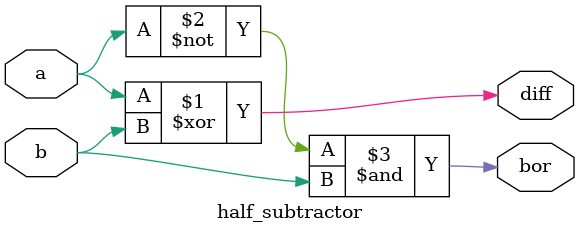
<source format=v>
module half_subtractor(input a,b,output diff,bor);
assign diff=(a^b);
assign bor=~(a)&b;
endmodule

</source>
